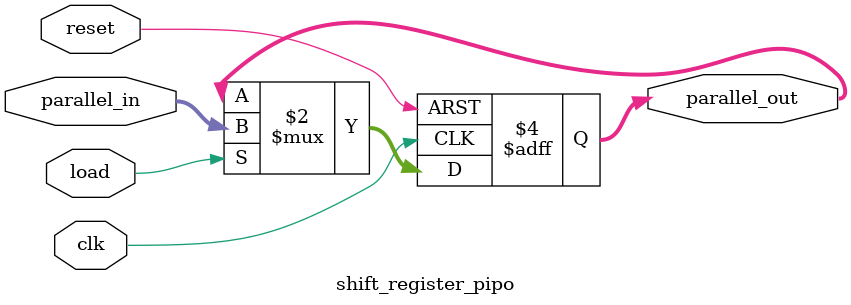
<source format=v>
module shift_register_siso (
  input clk,
  input reset,
  input serial_in,
  output serial_out
);
  reg [3:0] shift_reg;
  always @(posedge clk or posedge reset) begin
    if (reset)
      shift_reg <= 4'b0000;
    else
      shift_reg <= {shift_reg[2:0], serial_in};
  end
  assign serial_out = shift_reg[3];
endmodule

module shift_register_sipo (
  input clk,
  input reset,
  input serial_in,
  output [3:0] parallel_out
);
  reg [3:0] shift_reg;
  always @(posedge clk or posedge reset) begin
    if (reset)
      shift_reg <= 4'b0000;
    else
      shift_reg <= {shift_reg[2:0], serial_in};
  end
  assign parallel_out = shift_reg;
endmodule

module shift_register_piso (
  input clk,
  input reset,
  input load,
  input [3:0] parallel_in,
  output serial_out
);
  reg [3:0] shift_reg;
  always @(posedge clk or posedge reset) begin
    if (reset)
      shift_reg <= 4'b0000;
    else if (load)
      shift_reg <= parallel_in;
    else
      shift_reg <= {1'b0, shift_reg[3:1]};
  end
  assign serial_out = shift_reg[0];
endmodule

module shift_register_pipo (
  input clk,
  input reset,
  input load,
  input [3:0] parallel_in,
  output reg [3:0] parallel_out
);
  always @(posedge clk or posedge reset) begin
    if (reset)
      parallel_out <= 4'b0000;
    else if (load)
      parallel_out <= parallel_in;
  end
endmodule

</source>
